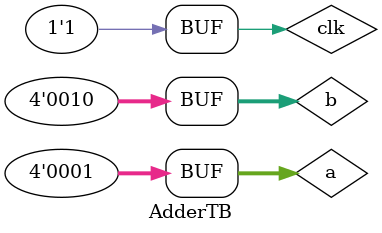
<source format=v>
module AdderTB();
reg [3:0] a,b;
reg clk;
wire [3:0] sum;
wire cout;

Adder dut(.a(a),.b(b),.clk(clk),.sum(sum),.cout(cout));

always 
begin
   #10 clk = 0;
   #10 clk = 1;
end

initial
begin
    a = 3; b = 4; #10;
    a = 4; b = 4; #10;
    a = 1; b = 2; #10;
end
endmodule
</source>
